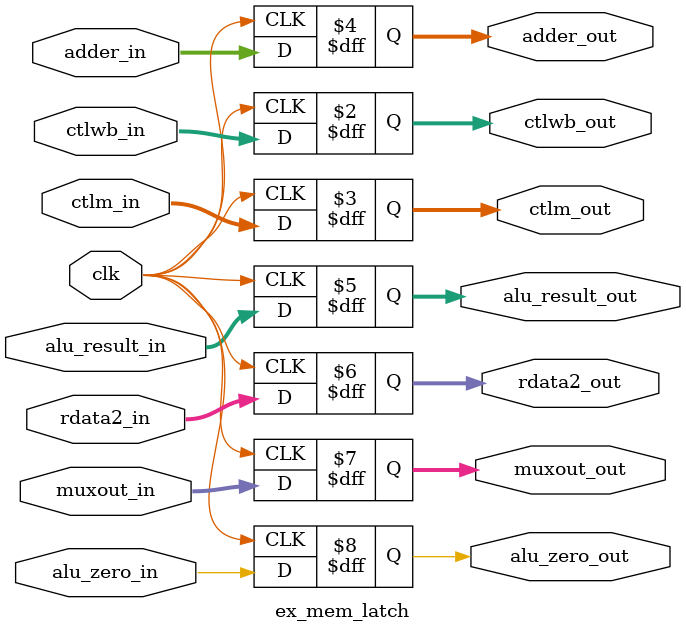
<source format=v>
`timescale 1ns / 1ps


module ex_mem_latch(
    input clk,
    input [1:0] ctlwb_in,
    input [1:0] ctlm_in,
    input [31:0] adder_in,
    input [31:0] alu_result_in,
    input [31:0] rdata2_in,
    input [4:0] muxout_in,
    input alu_zero_in,
    output reg [1:0] ctlwb_out,
    output reg [1:0] ctlm_out,
    output reg [31:0] adder_out,
    output reg [31:0] alu_result_out,
    output reg [31:0] rdata2_out,
    output reg [4:0] muxout_out,
    output reg alu_zero_out
);
    always @(posedge clk) begin
        ctlwb_out <= ctlwb_in;
        ctlm_out <= ctlm_in;
        adder_out <= adder_in;
        alu_result_out <= alu_result_in;
        rdata2_out <= rdata2_in;
        muxout_out <= muxout_in;
        alu_zero_out <= alu_zero_in;
    end
endmodule
</source>
